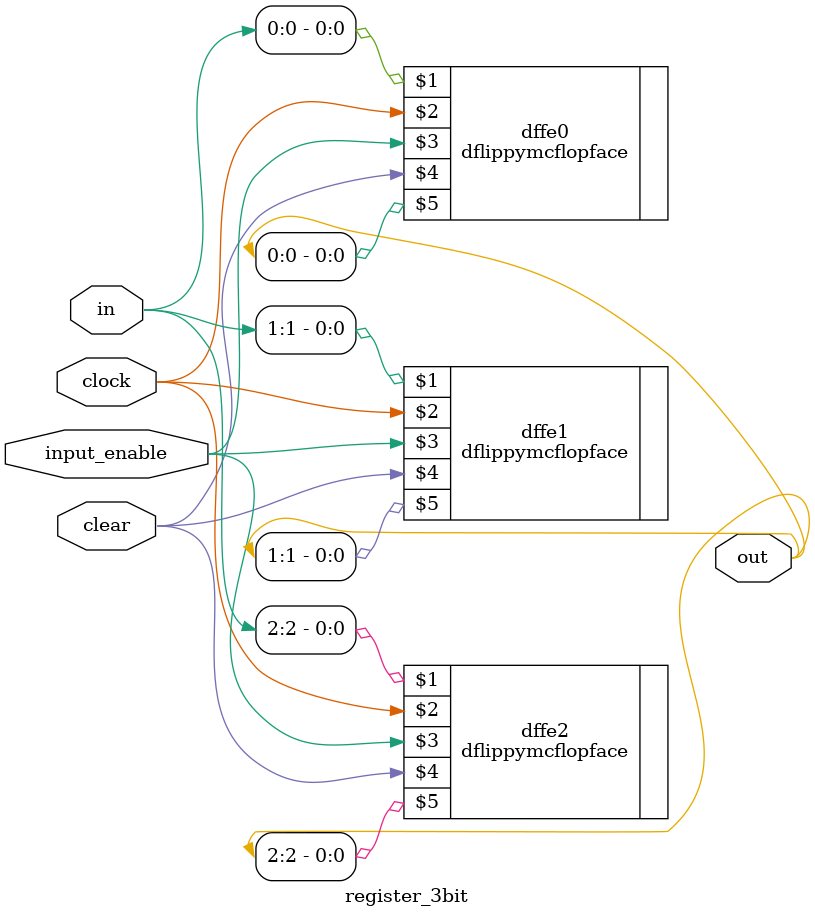
<source format=v>
module register_3bit(in, input_enable, clock, clear, out);

input [2:0] in;
input input_enable, clock, clear;
output [2:0] out;

dflippymcflopface dffe0(in[0], clock, input_enable, clear, out[0]);
dflippymcflopface dffe1(in[1], clock, input_enable, clear, out[1]);
dflippymcflopface dffe2(in[2], clock, input_enable, clear, out[2]);

endmodule

</source>
